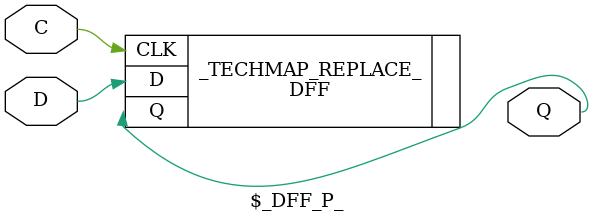
<source format=v>
module \$lut (A, Y);
	parameter WIDTH = 0;
	parameter LUT = 0;
	input [WIDTH-1:0] A;
	output Y;

	LUT #(.K(WIDTH), .INIT(LUT)) _TECHMAP_REPLACE_ (.I(A), .F(Y));

endmodule

module  \$_DFF_P_ (input D, C, output Q); DFF  _TECHMAP_REPLACE_ (.D(D), .Q(Q), .CLK(C)); endmodule

</source>
